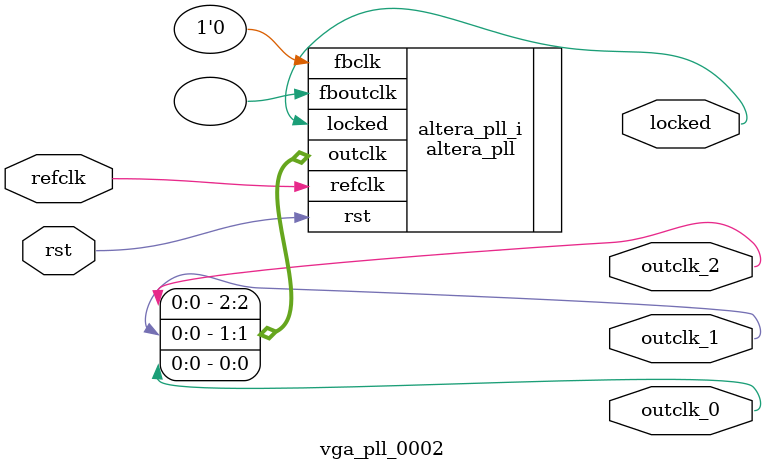
<source format=v>
`timescale 1ns/10ps
module  vga_pll_0002(

	// interface 'refclk'
	input wire refclk,

	// interface 'reset'
	input wire rst,

	// interface 'outclk0'
	output wire outclk_0,

	// interface 'outclk1'
	output wire outclk_1,

	// interface 'outclk2'
	output wire outclk_2,

	// interface 'locked'
	output wire locked
);

	altera_pll #(
		.fractional_vco_multiplier("false"),
		.reference_clock_frequency("50.0 MHz"),
		.operation_mode("normal"),
		.number_of_clocks(3),
		.output_clock_frequency0("25.000000 MHz"),
		.phase_shift0("0 ps"),
		.duty_cycle0(50),
		.output_clock_frequency1("40.000000 MHz"),
		.phase_shift1("0 ps"),
		.duty_cycle1(50),
		.output_clock_frequency2("33.333333 MHz"),
		.phase_shift2("0 ps"),
		.duty_cycle2(50),
		.output_clock_frequency3("0 MHz"),
		.phase_shift3("0 ps"),
		.duty_cycle3(50),
		.output_clock_frequency4("0 MHz"),
		.phase_shift4("0 ps"),
		.duty_cycle4(50),
		.output_clock_frequency5("0 MHz"),
		.phase_shift5("0 ps"),
		.duty_cycle5(50),
		.output_clock_frequency6("0 MHz"),
		.phase_shift6("0 ps"),
		.duty_cycle6(50),
		.output_clock_frequency7("0 MHz"),
		.phase_shift7("0 ps"),
		.duty_cycle7(50),
		.output_clock_frequency8("0 MHz"),
		.phase_shift8("0 ps"),
		.duty_cycle8(50),
		.output_clock_frequency9("0 MHz"),
		.phase_shift9("0 ps"),
		.duty_cycle9(50),
		.output_clock_frequency10("0 MHz"),
		.phase_shift10("0 ps"),
		.duty_cycle10(50),
		.output_clock_frequency11("0 MHz"),
		.phase_shift11("0 ps"),
		.duty_cycle11(50),
		.output_clock_frequency12("0 MHz"),
		.phase_shift12("0 ps"),
		.duty_cycle12(50),
		.output_clock_frequency13("0 MHz"),
		.phase_shift13("0 ps"),
		.duty_cycle13(50),
		.output_clock_frequency14("0 MHz"),
		.phase_shift14("0 ps"),
		.duty_cycle14(50),
		.output_clock_frequency15("0 MHz"),
		.phase_shift15("0 ps"),
		.duty_cycle15(50),
		.output_clock_frequency16("0 MHz"),
		.phase_shift16("0 ps"),
		.duty_cycle16(50),
		.output_clock_frequency17("0 MHz"),
		.phase_shift17("0 ps"),
		.duty_cycle17(50),
		.pll_type("General"),
		.pll_subtype("General")
	) altera_pll_i (
		.rst	(rst),
		.outclk	({outclk_2, outclk_1, outclk_0}),
		.locked	(locked),
		.fboutclk	( ),
		.fbclk	(1'b0),
		.refclk	(refclk)
	);
endmodule


</source>
